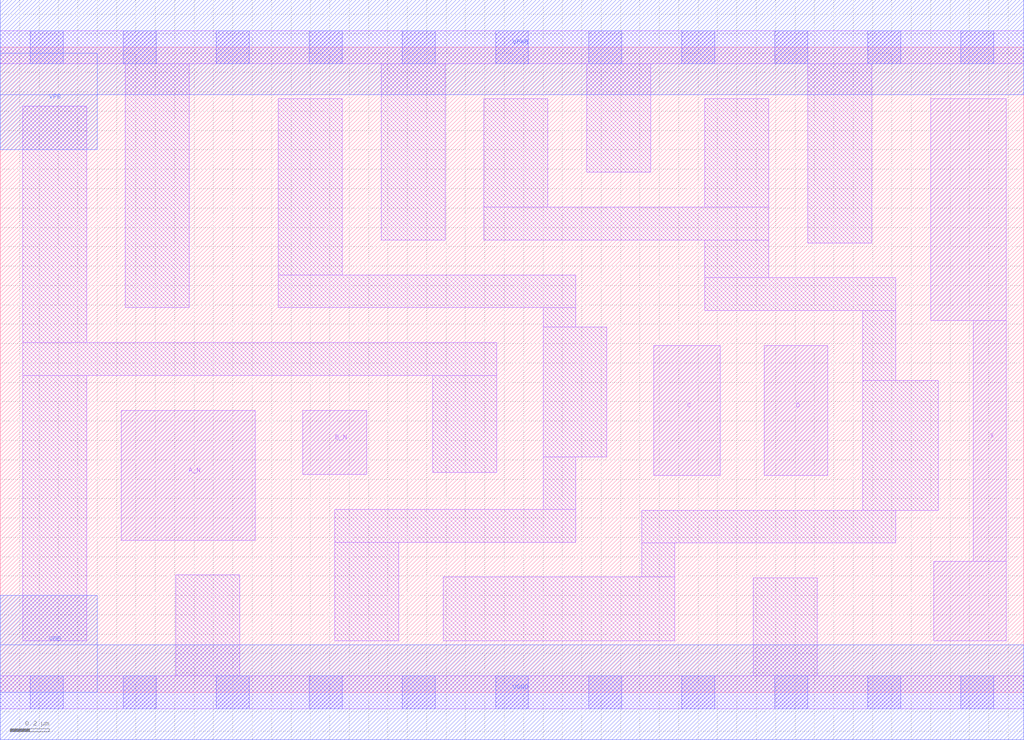
<source format=lef>
# Copyright 2020 The SkyWater PDK Authors
#
# Licensed under the Apache License, Version 2.0 (the "License");
# you may not use this file except in compliance with the License.
# You may obtain a copy of the License at
#
#     https://www.apache.org/licenses/LICENSE-2.0
#
# Unless required by applicable law or agreed to in writing, software
# distributed under the License is distributed on an "AS IS" BASIS,
# WITHOUT WARRANTIES OR CONDITIONS OF ANY KIND, either express or implied.
# See the License for the specific language governing permissions and
# limitations under the License.
#
# SPDX-License-Identifier: Apache-2.0

VERSION 5.5 ;
NAMESCASESENSITIVE ON ;
BUSBITCHARS "[]" ;
DIVIDERCHAR "/" ;
MACRO sky130_fd_sc_lp__and4bb_lp
  CLASS CORE ;
  SOURCE USER ;
  ORIGIN  0.000000  0.000000 ;
  SIZE  5.280000 BY  3.330000 ;
  SYMMETRY X Y R90 ;
  SITE unit ;
  PIN A_N
    ANTENNAGATEAREA  0.376000 ;
    DIRECTION INPUT ;
    USE SIGNAL ;
    PORT
      LAYER li1 ;
        RECT 0.625000 0.785000 1.315000 1.455000 ;
    END
  END A_N
  PIN B_N
    ANTENNAGATEAREA  0.376000 ;
    DIRECTION INPUT ;
    USE SIGNAL ;
    PORT
      LAYER li1 ;
        RECT 1.560000 1.125000 1.890000 1.455000 ;
    END
  END B_N
  PIN C
    ANTENNAGATEAREA  0.313000 ;
    DIRECTION INPUT ;
    USE SIGNAL ;
    PORT
      LAYER li1 ;
        RECT 3.370000 1.120000 3.715000 1.790000 ;
    END
  END C
  PIN D
    ANTENNAGATEAREA  0.313000 ;
    DIRECTION INPUT ;
    USE SIGNAL ;
    PORT
      LAYER li1 ;
        RECT 3.940000 1.120000 4.270000 1.790000 ;
    END
  END D
  PIN X
    ANTENNADIFFAREA  0.404700 ;
    DIRECTION OUTPUT ;
    USE SIGNAL ;
    PORT
      LAYER li1 ;
        RECT 4.800000 1.920000 5.190000 3.065000 ;
        RECT 4.815000 0.265000 5.190000 0.675000 ;
        RECT 5.020000 0.675000 5.190000 1.920000 ;
    END
  END X
  PIN VGND
    DIRECTION INOUT ;
    USE GROUND ;
    PORT
      LAYER met1 ;
        RECT 0.000000 -0.245000 5.280000 0.245000 ;
    END
  END VGND
  PIN VNB
    DIRECTION INOUT ;
    USE GROUND ;
    PORT
    END
  END VNB
  PIN VPB
    DIRECTION INOUT ;
    USE POWER ;
    PORT
    END
  END VPB
  PIN VNB
    DIRECTION INOUT ;
    USE GROUND ;
    PORT
      LAYER met1 ;
        RECT 0.000000 0.000000 0.500000 0.500000 ;
    END
  END VNB
  PIN VPB
    DIRECTION INOUT ;
    USE POWER ;
    PORT
      LAYER met1 ;
        RECT 0.000000 2.800000 0.500000 3.300000 ;
    END
  END VPB
  PIN VPWR
    DIRECTION INOUT ;
    USE POWER ;
    PORT
      LAYER met1 ;
        RECT 0.000000 3.085000 5.280000 3.575000 ;
    END
  END VPWR
  OBS
    LAYER li1 ;
      RECT 0.000000 -0.085000 5.280000 0.085000 ;
      RECT 0.000000  3.245000 5.280000 3.415000 ;
      RECT 0.115000  0.265000 0.445000 1.635000 ;
      RECT 0.115000  1.635000 2.560000 1.805000 ;
      RECT 0.115000  1.805000 0.445000 3.025000 ;
      RECT 0.645000  1.985000 0.975000 3.245000 ;
      RECT 0.905000  0.085000 1.235000 0.605000 ;
      RECT 1.435000  1.985000 2.970000 2.155000 ;
      RECT 1.435000  2.155000 1.765000 3.065000 ;
      RECT 1.725000  0.265000 2.055000 0.775000 ;
      RECT 1.725000  0.775000 2.970000 0.945000 ;
      RECT 1.965000  2.335000 2.295000 3.245000 ;
      RECT 2.230000  1.135000 2.560000 1.635000 ;
      RECT 2.285000  0.265000 3.480000 0.595000 ;
      RECT 2.495000  2.335000 3.965000 2.505000 ;
      RECT 2.495000  2.505000 2.825000 3.065000 ;
      RECT 2.800000  0.945000 2.970000 1.215000 ;
      RECT 2.800000  1.215000 3.130000 1.885000 ;
      RECT 2.800000  1.885000 2.970000 1.985000 ;
      RECT 3.025000  2.685000 3.355000 3.245000 ;
      RECT 3.310000  0.595000 3.480000 0.770000 ;
      RECT 3.310000  0.770000 4.620000 0.940000 ;
      RECT 3.635000  1.970000 4.620000 2.140000 ;
      RECT 3.635000  2.140000 3.965000 2.335000 ;
      RECT 3.635000  2.505000 3.965000 3.065000 ;
      RECT 3.885000  0.085000 4.215000 0.590000 ;
      RECT 4.165000  2.320000 4.495000 3.245000 ;
      RECT 4.450000  0.940000 4.840000 1.610000 ;
      RECT 4.450000  1.610000 4.620000 1.970000 ;
    LAYER mcon ;
      RECT 0.155000 -0.085000 0.325000 0.085000 ;
      RECT 0.155000  3.245000 0.325000 3.415000 ;
      RECT 0.635000 -0.085000 0.805000 0.085000 ;
      RECT 0.635000  3.245000 0.805000 3.415000 ;
      RECT 1.115000 -0.085000 1.285000 0.085000 ;
      RECT 1.115000  3.245000 1.285000 3.415000 ;
      RECT 1.595000 -0.085000 1.765000 0.085000 ;
      RECT 1.595000  3.245000 1.765000 3.415000 ;
      RECT 2.075000 -0.085000 2.245000 0.085000 ;
      RECT 2.075000  3.245000 2.245000 3.415000 ;
      RECT 2.555000 -0.085000 2.725000 0.085000 ;
      RECT 2.555000  3.245000 2.725000 3.415000 ;
      RECT 3.035000 -0.085000 3.205000 0.085000 ;
      RECT 3.035000  3.245000 3.205000 3.415000 ;
      RECT 3.515000 -0.085000 3.685000 0.085000 ;
      RECT 3.515000  3.245000 3.685000 3.415000 ;
      RECT 3.995000 -0.085000 4.165000 0.085000 ;
      RECT 3.995000  3.245000 4.165000 3.415000 ;
      RECT 4.475000 -0.085000 4.645000 0.085000 ;
      RECT 4.475000  3.245000 4.645000 3.415000 ;
      RECT 4.955000 -0.085000 5.125000 0.085000 ;
      RECT 4.955000  3.245000 5.125000 3.415000 ;
  END
END sky130_fd_sc_lp__and4bb_lp
END LIBRARY

</source>
